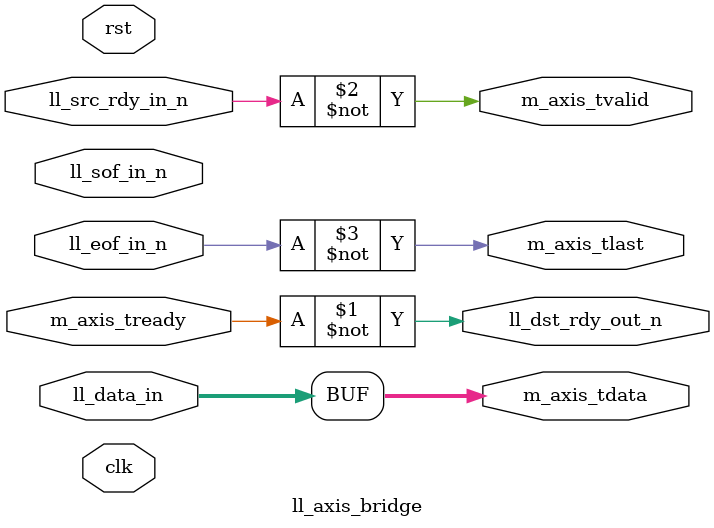
<source format=v>
module ll_axis_bridge(	// file.cleaned.mlir:2:3
  input        clk,	// file.cleaned.mlir:2:32
               rst,	// file.cleaned.mlir:2:46
  input  [7:0] ll_data_in,	// file.cleaned.mlir:2:60
  input        ll_sof_in_n,	// file.cleaned.mlir:2:81
               ll_eof_in_n,	// file.cleaned.mlir:2:103
               ll_src_rdy_in_n,	// file.cleaned.mlir:2:125
               m_axis_tready,	// file.cleaned.mlir:2:151
  output       ll_dst_rdy_out_n,	// file.cleaned.mlir:2:176
  output [7:0] m_axis_tdata,	// file.cleaned.mlir:2:203
  output       m_axis_tvalid,	// file.cleaned.mlir:2:226
               m_axis_tlast	// file.cleaned.mlir:2:250
);

  assign ll_dst_rdy_out_n = ~m_axis_tready;	// file.cleaned.mlir:6:10, :7:5
  assign m_axis_tdata = ll_data_in;	// file.cleaned.mlir:7:5
  assign m_axis_tvalid = ~ll_src_rdy_in_n;	// file.cleaned.mlir:4:10, :7:5
  assign m_axis_tlast = ~ll_eof_in_n;	// file.cleaned.mlir:5:10, :7:5
endmodule


</source>
